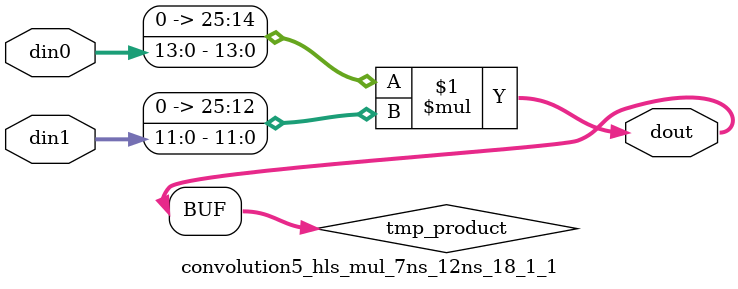
<source format=v>

`timescale 1 ns / 1 ps

  module convolution5_hls_mul_7ns_12ns_18_1_1(din0, din1, dout);
parameter ID = 1;
parameter NUM_STAGE = 0;
parameter din0_WIDTH = 14;
parameter din1_WIDTH = 12;
parameter dout_WIDTH = 26;

input [din0_WIDTH - 1 : 0] din0; 
input [din1_WIDTH - 1 : 0] din1; 
output [dout_WIDTH - 1 : 0] dout;

wire signed [dout_WIDTH - 1 : 0] tmp_product;










assign tmp_product = $signed({1'b0, din0}) * $signed({1'b0, din1});











assign dout = tmp_product;







endmodule

</source>
